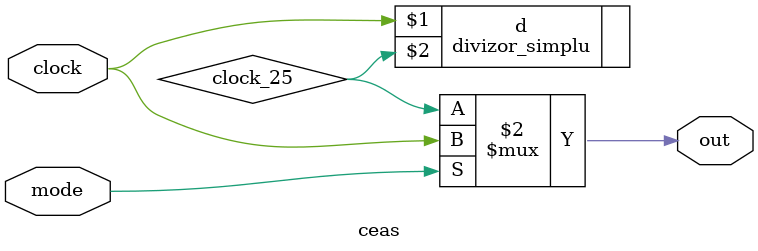
<source format=v>
module ceas (input clock, 
				input mode, 
				output out);

wire clock_25;

assign out = (mode==1) ? clock : clock_25;

divizor_simplu #(0) d(clock, clock_25);

endmodule 
</source>
